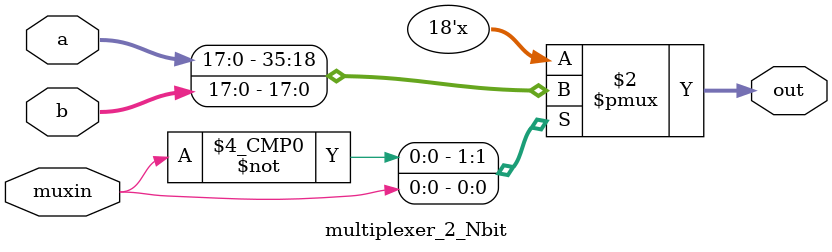
<source format=v>
`timescale 1ns / 1ps


module multiplexer_2_Nbit#
(
    parameter N = 18
)
(input wire muxin, input wire[N-1:0] a, input wire[N-1:0] b, output reg[N-1:0] out);
    always @(*)begin
        case (muxin)
            0: out = a;
            1: out = b;
        endcase
    end
endmodule

</source>
